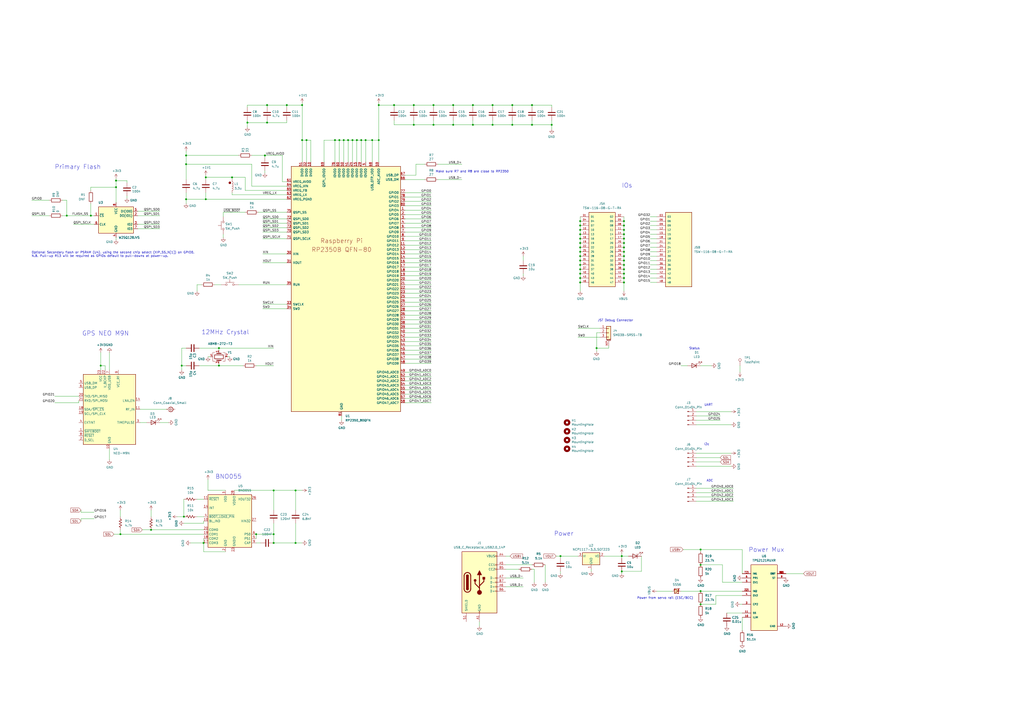
<source format=kicad_sch>
(kicad_sch (version 20231120) (generator "eeschema") (generator_version "8.0")
  (paper "A2")
  (title_block (title "RP2350B QFN80 Minimal Design Example") (date "2024-01-03") (rev "REV2") (company "Raspberry Pi Ltd"))
  (junction (at 119.38 115.57))
  (junction (at 361.95 153.67))
  (junction (at 297.18 60.96))
  (junction (at 107.95 115.57))
  (junction (at 219.71 81.28))
  (junction (at 336.55 158.75))
  (junction (at 336.55 148.59))
  (junction (at 361.95 161.29))
  (junction (at 194.31 81.28))
  (junction (at 320.04 72.39))
  (junction (at 361.95 128.27))
  (junction (at 361.95 163.83))
  (junction (at 175.26 81.28))
  (junction (at 361.95 133.35))
  (junction (at 336.55 138.43))
  (junction (at 336.55 133.35))
  (junction (at 336.55 163.83))
  (junction (at 325.12 322.58))
  (junction (at 336.55 130.81))
  (junction (at 154.94 71.12))
  (junction (at 219.71 60.96))
  (junction (at 171.45 314.96))
  (junction (at 158.75 309.88))
  (junction (at 196.85 81.28))
  (junction (at 406.4 318.77))
  (junction (at 406.4 327.66))
  (junction (at 336.55 161.29))
  (junction (at 361.95 148.59))
  (junction (at 148.59 309.88))
  (junction (at 105.41 212.09))
  (junction (at 361.95 135.89))
  (junction (at 251.46 72.39))
  (junction (at 262.89 72.39))
  (junction (at 209.55 81.28))
  (junction (at 154.94 60.96))
  (junction (at 207.01 81.28))
  (junction (at 228.6 60.96))
  (junction (at 361.95 140.97))
  (junction (at 308.61 72.39))
  (junction (at 107.95 90.17))
  (junction (at 69.85 309.88))
  (junction (at 336.55 135.89))
  (junction (at 336.55 151.13))
  (junction (at 58.42 212.09))
  (junction (at 171.45 284.48))
  (junction (at 87.63 307.34))
  (junction (at 361.95 158.75))
  (junction (at 285.75 72.39))
  (junction (at 204.47 81.28))
  (junction (at 361.95 138.43))
  (junction (at 240.03 60.96))
  (junction (at 67.31 104.775))
  (junction (at 361.95 151.13))
  (junction (at 199.39 81.28))
  (junction (at 262.89 60.96))
  (junction (at 153.67 90.17))
  (junction (at 175.26 60.96))
  (junction (at 67.31 108.585))
  (junction (at 212.09 81.28))
  (junction (at 297.18 72.39))
  (junction (at 308.61 60.96))
  (junction (at 127 201.93))
  (junction (at 336.55 143.51))
  (junction (at 336.55 153.67))
  (junction (at 166.37 60.96))
  (junction (at 406.4 350.52))
  (junction (at 336.55 156.21))
  (junction (at 240.03 72.39))
  (junction (at 127 212.09))
  (junction (at 361.95 143.51))
  (junction (at 360.68 331.47))
  (junction (at 158.75 284.48))
  (junction (at 274.32 60.96))
  (junction (at 361.95 146.05))
  (junction (at 134.62 102.87))
  (junction (at 274.32 72.39))
  (junction (at 118.11 314.96))
  (junction (at 361.95 156.21))
  (junction (at 336.55 140.97))
  (junction (at 177.8 81.28))
  (junction (at 285.75 60.96))
  (junction (at 52.705 125.095))
  (junction (at 215.9 81.28))
  (junction (at 361.95 130.81))
  (junction (at 119.38 102.87))
  (junction (at 38.735 125.095))
  (junction (at 336.55 146.05))
  (junction (at 360.68 322.58))
  (junction (at 346.075 201.93))
  (junction (at 406.4 342.9))
  (junction (at 251.46 60.96))
  (junction (at 201.93 81.28))
  (junction (at 143.51 71.12))
  (junction (at 336.55 128.27))
  (junction (at 106.68 299.72))
  (junction (at 158.75 314.96))
  (junction (at 107.95 95.25))
  (wire (pts (xy 234.95 139.7) (xy 250.19 139.7)))
  (wire (pts (xy 107.95 111.76) (xy 107.95 115.57)))
  (wire (pts (xy 148.59 314.96) (xy 151.13 314.96)))
  (wire (pts (xy 46.99 297.18) (xy 54.61 297.18)))
  (wire (pts (xy 336.55 135.89) (xy 336.55 138.43)))
  (wire (pts (xy 308.61 330.2) (xy 309.88 330.2)))
  (wire (pts (xy 234.95 132.08) (xy 250.19 132.08)))
  (wire (pts (xy 154.94 60.96) (xy 166.37 60.96)))
  (wire (pts (xy 107.95 95.25) (xy 146.05 95.25)))
  (wire (pts (xy 377.19 163.83) (xy 381 163.83)))
  (wire (pts (xy 360.68 322.58) (xy 360.68 321.31)))
  (wire (pts (xy 347.98 193.04) (xy 346.075 193.04)))
  (wire (pts (xy 403.86 285.75) (xy 425.45 285.75)))
  (wire (pts (xy 377.19 153.67) (xy 381 153.67)))
  (wire (pts (xy 372.11 331.47) (xy 372.11 322.58)))
  (wire (pts (xy 274.32 62.23) (xy 274.32 60.96)))
  (wire (pts (xy 403.86 267.97) (xy 417.83 267.97)))
  (wire (pts (xy 274.32 69.85) (xy 274.32 72.39)))
  (wire (pts (xy 234.95 129.54) (xy 250.19 129.54)))
  (wire (pts (xy 107.95 115.57) (xy 107.95 118.11)))
  (wire (pts (xy 228.6 60.96) (xy 240.03 60.96)))
  (wire (pts (xy 396.24 318.77) (xy 406.4 318.77)))
  (wire (pts (xy 207.01 81.28) (xy 209.55 81.28)))
  (wire (pts (xy 336.55 143.51) (xy 336.55 146.05)))
  (wire (pts (xy 154.94 62.23) (xy 154.94 60.96)))
  (wire (pts (xy 166.37 138.43) (xy 152.4 138.43)))
  (wire (pts (xy 154.94 71.12) (xy 166.37 71.12)))
  (wire (pts (xy 36.195 125.095) (xy 38.735 125.095)))
  (wire (pts (xy 118.11 302.26) (xy 118.11 303.53)))
  (wire (pts (xy 143.51 69.85) (xy 143.51 71.12)))
  (wire (pts (xy 322.58 322.58) (xy 325.12 322.58)))
  (wire (pts (xy 234.95 101.6) (xy 241.3 101.6)))
  (wire (pts (xy 234.95 233.68) (xy 250.19 233.68)))
  (wire (pts (xy 361.95 140.97) (xy 361.95 143.51)))
  (wire (pts (xy 361.95 128.27) (xy 361.95 130.81)))
  (wire (pts (xy 234.95 231.14) (xy 250.19 231.14)))
  (wire (pts (xy 285.75 62.23) (xy 285.75 60.96)))
  (wire (pts (xy 69.85 295.91) (xy 69.85 299.72)))
  (wire (pts (xy 166.37 176.53) (xy 152.4 176.53)))
  (wire (pts (xy 234.95 218.44) (xy 250.19 218.44)))
  (wire (pts (xy 336.55 153.67) (xy 336.55 156.21)))
  (wire (pts (xy 293.37 327.66) (xy 308.61 327.66)))
  (wire (pts (xy 115.57 212.09) (xy 127 212.09)))
  (wire (pts (xy 361.95 151.13) (xy 361.95 153.67)))
  (wire (pts (xy 142.24 102.87) (xy 134.62 102.87)))
  (wire (pts (xy 377.19 133.35) (xy 381 133.35)))
  (wire (pts (xy 262.89 62.23) (xy 262.89 60.96)))
  (wire (pts (xy 146.05 90.17) (xy 153.67 90.17)))
  (wire (pts (xy 107.95 90.17) (xy 138.43 90.17)))
  (wire (pts (xy 262.89 69.85) (xy 262.89 72.39)))
  (wire (pts (xy 361.95 130.81) (xy 361.95 133.35)))
  (wire (pts (xy 153.67 90.17) (xy 163.83 90.17)))
  (wire (pts (xy 234.95 111.76) (xy 250.19 111.76)))
  (wire (pts (xy 135.89 284.48) (xy 158.75 284.48)))
  (wire (pts (xy 60.96 214.63) (xy 60.96 212.09)))
  (wire (pts (xy 106.68 289.56) (xy 106.68 299.72)))
  (wire (pts (xy 120.65 278.13) (xy 120.65 284.48)))
  (wire (pts (xy 234.95 198.12) (xy 250.19 198.12)))
  (wire (pts (xy 361.95 153.67) (xy 361.95 156.21)))
  (wire (pts (xy 199.39 93.98) (xy 199.39 81.28)))
  (wire (pts (xy 63.5 204.47) (xy 63.5 214.63)))
  (wire (pts (xy 234.95 185.42) (xy 250.19 185.42)))
  (wire (pts (xy 219.71 81.28) (xy 219.71 93.98)))
  (wire (pts (xy 69.85 309.88) (xy 66.04 309.88)))
  (wire (pts (xy 129.54 123.19) (xy 129.54 125.73)))
  (wire (pts (xy 212.09 81.28) (xy 212.09 93.98)))
  (wire (pts (xy 52.705 118.11) (xy 52.705 125.095)))
  (wire (pts (xy 346.075 201.93) (xy 346.075 203.835)))
  (wire (pts (xy 293.37 322.58) (xy 295.91 322.58)))
  (wire (pts (xy 419.1 337.82) (xy 430.53 337.82)))
  (wire (pts (xy 187.96 93.98) (xy 187.96 81.28)))
  (wire (pts (xy 171.45 314.96) (xy 175.26 314.96)))
  (wire (pts (xy 58.42 212.09) (xy 58.42 214.63)))
  (wire (pts (xy 417.83 241.3) (xy 403.86 241.3)))
  (wire (pts (xy 67.31 103.505) (xy 67.31 104.775)))
  (wire (pts (xy 18.415 116.205) (xy 28.575 116.205)))
  (wire (pts (xy 336.55 156.21) (xy 336.55 158.75)))
  (wire (pts (xy 297.18 60.96) (xy 308.61 60.96)))
  (wire (pts (xy 293.37 335.28) (xy 303.53 335.28)))
  (wire (pts (xy 336.55 130.81) (xy 336.55 133.35)))
  (wire (pts (xy 308.61 72.39) (xy 297.18 72.39)))
  (wire (pts (xy 171.45 303.53) (xy 171.45 314.96)))
  (wire (pts (xy 201.93 81.28) (xy 204.47 81.28)))
  (wire (pts (xy 234.95 160.02) (xy 250.19 160.02)))
  (wire (pts (xy 274.32 72.39) (xy 262.89 72.39)))
  (wire (pts (xy 308.61 69.85) (xy 308.61 72.39)))
  (wire (pts (xy 175.26 60.96) (xy 175.26 81.28)))
  (wire (pts (xy 196.85 81.28) (xy 199.39 81.28)))
  (wire (pts (xy 146.05 95.25) (xy 146.05 107.95)))
  (wire (pts (xy 430.53 345.44) (xy 415.29 345.44)))
  (wire (pts (xy 234.95 142.24) (xy 250.19 142.24)))
  (wire (pts (xy 316.23 327.66) (xy 316.23 337.82)))
  (wire (pts (xy 201.93 93.98) (xy 201.93 81.28)))
  (wire (pts (xy 52.705 108.585) (xy 67.31 108.585)))
  (wire (pts (xy 132.08 207.01) (xy 133.35 207.01)))
  (wire (pts (xy 377.19 143.51) (xy 381 143.51)))
  (wire (pts (xy 199.39 81.28) (xy 201.93 81.28)))
  (wire (pts (xy 325.12 323.85) (xy 325.12 322.58)))
  (wire (pts (xy 234.95 180.34) (xy 250.19 180.34)))
  (wire (pts (xy 116.84 165.1) (xy 114.3 165.1)))
  (wire (pts (xy 394.97 212.09) (xy 398.78 212.09)))
  (wire (pts (xy 403.86 246.38) (xy 424.18 246.38)))
  (wire (pts (xy 274.32 60.96) (xy 285.75 60.96)))
  (wire (pts (xy 240.03 60.96) (xy 251.46 60.96)))
  (wire (pts (xy 52.705 110.49) (xy 52.705 108.585)))
  (wire (pts (xy 107.95 115.57) (xy 119.38 115.57)))
  (wire (pts (xy 234.95 157.48) (xy 250.19 157.48)))
  (wire (pts (xy 134.62 113.03) (xy 166.37 113.03)))
  (wire (pts (xy 406.4 342.9) (xy 430.53 342.9)))
  (wire (pts (xy 240.03 69.85) (xy 240.03 72.39)))
  (wire (pts (xy 336.55 158.75) (xy 336.55 161.29)))
  (wire (pts (xy 107.95 212.09) (xy 105.41 212.09)))
  (wire (pts (xy 234.95 134.62) (xy 250.19 134.62)))
  (wire (pts (xy 234.95 182.88) (xy 250.19 182.88)))
  (wire (pts (xy 336.55 146.05) (xy 336.55 148.59)))
  (wire (pts (xy 278.13 360.68) (xy 278.13 363.22)))
  (wire (pts (xy 293.37 330.2) (xy 300.99 330.2)))
  (wire (pts (xy 80.01 132.715) (xy 92.71 132.715)))
  (wire (pts (xy 119.38 101.6) (xy 119.38 102.87)))
  (wire (pts (xy 361.95 163.83) (xy 361.95 168.91)))
  (wire (pts (xy 149.86 123.19) (xy 166.37 123.19)))
  (wire (pts (xy 361.95 138.43) (xy 361.95 140.97)))
  (wire (pts (xy 143.51 62.23) (xy 143.51 60.96)))
  (wire (pts (xy 92.71 245.11) (xy 97.79 245.11)))
  (wire (pts (xy 153.67 100.33) (xy 153.67 99.06)))
  (wire (pts (xy 361.95 158.75) (xy 361.95 161.29)))
  (wire (pts (xy 134.62 113.03) (xy 134.62 111.76)))
  (wire (pts (xy 377.19 156.21) (xy 381 156.21)))
  (wire (pts (xy 153.67 90.17) (xy 153.67 91.44)))
  (wire (pts (xy 377.19 128.27) (xy 381 128.27)))
  (wire (pts (xy 118.11 312.42) (xy 118.11 314.96)))
  (wire (pts (xy 209.55 81.28) (xy 212.09 81.28)))
  (wire (pts (xy 336.55 128.27) (xy 336.55 130.81)))
  (wire (pts (xy 60.96 212.09) (xy 58.42 212.09)))
  (wire (pts (xy 171.45 284.48) (xy 175.26 284.48)))
  (wire (pts (xy 406.4 327.66) (xy 419.1 327.66)))
  (wire (pts (xy 234.95 193.04) (xy 250.19 193.04)))
  (wire (pts (xy 105.41 212.09) (xy 105.41 214.63)))
  (wire (pts (xy 67.31 137.795) (xy 67.31 139.065)))
  (wire (pts (xy 234.95 154.94) (xy 250.19 154.94)))
  (wire (pts (xy 430.53 318.77) (xy 430.53 332.74)))
  (wire (pts (xy 361.95 161.29) (xy 361.95 163.83)))
  (wire (pts (xy 81.28 245.11) (xy 85.09 245.11)))
  (wire (pts (xy 110.49 314.96) (xy 118.11 314.96)))
  (wire (pts (xy 377.19 125.73) (xy 381 125.73)))
  (wire (pts (xy 254 104.14) (xy 267.97 104.14)))
  (wire (pts (xy 293.37 340.36) (xy 303.53 340.36)))
  (wire (pts (xy 175.26 81.28) (xy 175.26 93.98)))
  (wire (pts (xy 142.24 110.49) (xy 142.24 102.87)))
  (wire (pts (xy 234.95 203.2) (xy 250.19 203.2)))
  (wire (pts (xy 120.65 207.01) (xy 121.92 207.01)))
  (wire (pts (xy 430.53 358.14) (xy 430.53 365.76)))
  (wire (pts (xy 120.65 284.48) (xy 130.81 284.48)))
  (wire (pts (xy 234.95 215.9) (xy 250.19 215.9)))
  (wire (pts (xy 234.95 116.84) (xy 250.19 116.84)))
  (wire (pts (xy 234.95 175.26) (xy 250.19 175.26)))
  (wire (pts (xy 114.3 299.72) (xy 118.11 299.72)))
  (wire (pts (xy 36.195 116.205) (xy 38.735 116.205)))
  (wire (pts (xy 234.95 124.46) (xy 250.19 124.46)))
  (wire (pts (xy 377.19 161.29) (xy 381 161.29)))
  (wire (pts (xy 67.31 108.585) (xy 67.31 117.475)))
  (wire (pts (xy 377.19 130.81) (xy 381 130.81)))
  (wire (pts (xy 360.68 322.58) (xy 364.49 322.58)))
  (wire (pts (xy 143.51 71.12) (xy 143.51 73.66)))
  (wire (pts (xy 204.47 81.28) (xy 207.01 81.28)))
  (wire (pts (xy 336.55 140.97) (xy 336.55 143.51)))
  (wire (pts (xy 234.95 127) (xy 250.19 127)))
  (wire (pts (xy 350.52 322.58) (xy 360.68 322.58)))
  (wire (pts (xy 377.19 158.75) (xy 381 158.75)))
  (wire (pts (xy 406.4 318.77) (xy 430.53 318.77)))
  (wire (pts (xy 154.94 69.85) (xy 154.94 71.12)))
  (wire (pts (xy 308.61 60.96) (xy 320.04 60.96)))
  (wire (pts (xy 361.95 125.73) (xy 361.95 128.27)))
  (wire (pts (xy 158.75 303.53) (xy 158.75 309.88)))
  (wire (pts (xy 46.99 295.91) (xy 46.99 297.18)))
  (wire (pts (xy 251.46 62.23) (xy 251.46 60.96)))
  (wire (pts (xy 67.31 104.775) (xy 67.31 108.585)))
  (wire (pts (xy 115.57 201.93) (xy 127 201.93)))
  (wire (pts (xy 403.86 288.29) (xy 425.45 288.29)))
  (wire (pts (xy 377.19 140.97) (xy 381 140.97)))
  (wire (pts (xy 360.68 331.47) (xy 372.11 331.47)))
  (wire (pts (xy 80.01 130.175) (xy 92.71 130.175)))
  (wire (pts (xy 152.4 147.32) (xy 166.37 147.32)))
  (wire (pts (xy 198.12 241.3) (xy 198.12 243.84)))
  (wire (pts (xy 81.28 237.49) (xy 96.52 237.49)))
  (wire (pts (xy 152.4 132.08) (xy 166.37 132.08)))
  (wire (pts (xy 105.41 201.93) (xy 105.41 212.09)))
  (wire (pts (xy 325.12 331.47) (xy 325.12 332.74)))
  (wire (pts (xy 180.34 81.28) (xy 180.34 93.98)))
  (wire (pts (xy 148.59 309.88) (xy 158.75 309.88)))
  (wire (pts (xy 69.85 307.34) (xy 69.85 309.88)))
  (wire (pts (xy 429.26 350.52) (xy 430.53 350.52)))
  (wire (pts (xy 194.31 93.98) (xy 194.31 81.28)))
  (wire (pts (xy 361.95 135.89) (xy 361.95 138.43)))
  (wire (pts (xy 143.51 60.96) (xy 154.94 60.96)))
  (wire (pts (xy 403.86 243.84) (xy 417.83 243.84)))
  (wire (pts (xy 87.63 295.91) (xy 87.63 299.72)))
  (wire (pts (xy 234.95 152.4) (xy 250.19 152.4)))
  (wire (pts (xy 42.545 130.175) (xy 54.61 130.175)))
  (wire (pts (xy 73.66 104.775) (xy 67.31 104.775)))
  (wire (pts (xy 234.95 190.5) (xy 250.19 190.5)))
  (wire (pts (xy 320.04 62.23) (xy 320.04 60.96)))
  (wire (pts (xy 152.4 127) (xy 166.37 127)))
  (wire (pts (xy 241.3 95.25) (xy 241.3 101.6)))
  (wire (pts (xy 171.45 284.48) (xy 171.45 295.91)))
  (wire (pts (xy 54.61 300.99) (xy 46.99 300.99)))
  (wire (pts (xy 38.735 125.095) (xy 52.705 125.095)))
  (wire (pts (xy 297.18 69.85) (xy 297.18 72.39)))
  (wire (pts (xy 219.71 59.69) (xy 219.71 60.96)))
  (wire (pts (xy 297.18 62.23) (xy 297.18 60.96)))
  (wire (pts (xy 118.11 309.88) (xy 69.85 309.88)))
  (wire (pts (xy 114.3 289.56) (xy 118.11 289.56)))
  (wire (pts (xy 325.12 322.58) (xy 335.28 322.58)))
  (wire (pts (xy 152.4 129.54) (xy 166.37 129.54)))
  (wire (pts (xy 58.42 204.47) (xy 58.42 212.09)))
  (wire (pts (xy 118.11 303.53) (xy 106.68 303.53)))
  (wire (pts (xy 63.5 260.35) (xy 63.5 266.7)))
  (wire (pts (xy 152.4 134.62) (xy 166.37 134.62)))
  (wire (pts (xy 361.95 133.35) (xy 361.95 135.89)))
  (wire (pts (xy 127 210.82) (xy 127 212.09)))
  (wire (pts (xy 158.75 314.96) (xy 171.45 314.96)))
  (wire (pts (xy 308.61 62.23) (xy 308.61 60.96)))
  (wire (pts (xy 336.55 138.43) (xy 336.55 140.97)))
  (wire (pts (xy 353.06 200.66) (xy 353.06 201.93)))
  (wire (pts (xy 158.75 309.88) (xy 158.75 314.96)))
  (wire (pts (xy 251.46 60.96) (xy 262.89 60.96)))
  (wire (pts (xy 377.19 148.59) (xy 381 148.59)))
  (wire (pts (xy 31.75 233.68) (xy 45.72 233.68)))
  (wire (pts (xy 124.46 165.1) (xy 128.27 165.1)))
  (wire (pts (xy 403.86 262.89) (xy 424.18 262.89)))
  (wire (pts (xy 320.04 72.39) (xy 308.61 72.39)))
  (wire (pts (xy 73.66 106.045) (xy 73.66 104.775)))
  (wire (pts (xy 336.55 133.35) (xy 336.55 135.89)))
  (wire (pts (xy 234.95 170.18) (xy 250.19 170.18)))
  (wire (pts (xy 303.53 148.59) (xy 303.53 151.13)))
  (wire (pts (xy 415.29 345.44) (xy 415.29 350.52)))
  (wire (pts (xy 166.37 60.96) (xy 175.26 60.96)))
  (wire (pts (xy 285.75 60.96) (xy 297.18 60.96)))
  (wire (pts (xy 119.38 115.57) (xy 166.37 115.57)))
  (wire (pts (xy 46.99 300.99) (xy 46.99 302.26)))
  (wire (pts (xy 297.18 72.39) (xy 285.75 72.39)))
  (wire (pts (xy 234.95 220.98) (xy 250.19 220.98)))
  (wire (pts (xy 219.71 60.96) (xy 228.6 60.96)))
  (wire (pts (xy 119.38 111.76) (xy 119.38 115.57)))
  (wire (pts (xy 163.83 90.17) (xy 163.83 105.41)))
  (wire (pts (xy 285.75 69.85) (xy 285.75 72.39)))
  (wire (pts (xy 166.37 179.07) (xy 152.4 179.07)))
  (wire (pts (xy 377.19 135.89) (xy 381 135.89)))
  (wire (pts (xy 346.075 193.04) (xy 346.075 201.93)))
  (wire (pts (xy 241.3 95.25) (xy 246.38 95.25)))
  (wire (pts (xy 406.4 212.09) (xy 412.75 212.09)))
  (wire (pts (xy 234.95 223.52) (xy 250.19 223.52)))
  (wire (pts (xy 234.95 162.56) (xy 250.19 162.56)))
  (wire (pts (xy 148.59 309.88) (xy 148.59 312.42)))
  (wire (pts (xy 142.24 123.19) (xy 129.54 123.19)))
  (wire (pts (xy 102.87 299.72) (xy 106.68 299.72)))
  (wire (pts (xy 177.8 81.28) (xy 180.34 81.28)))
  (wire (pts (xy 127 212.09) (xy 140.97 212.09)))
  (wire (pts (xy 403.86 283.21) (xy 425.45 283.21)))
  (wire (pts (xy 335.28 190.5) (xy 347.98 190.5)))
  (wire (pts (xy 163.83 105.41) (xy 166.37 105.41)))
  (wire (pts (xy 403.86 290.83) (xy 425.45 290.83)))
  (wire (pts (xy 196.85 93.98) (xy 196.85 81.28)))
  (wire (pts (xy 129.54 135.89) (xy 129.54 137.795)))
  (wire (pts (xy 251.46 69.85) (xy 251.46 72.39)))
  (wire (pts (xy 336.55 161.29) (xy 336.55 163.83)))
  (wire (pts (xy 107.95 201.93) (xy 105.41 201.93)))
  (wire (pts (xy 234.95 210.82) (xy 250.19 210.82)))
  (wire (pts (xy 346.075 201.93) (xy 353.06 201.93)))
  (wire (pts (xy 38.735 116.205) (xy 38.735 125.095)))
  (wire (pts (xy 254 95.25) (xy 267.97 95.25)))
  (wire (pts (xy 158.75 284.48) (xy 171.45 284.48)))
  (wire (pts (xy 234.95 172.72) (xy 250.19 172.72)))
  (wire (pts (xy 209.55 93.98) (xy 209.55 81.28)))
  (wire (pts (xy 175.26 59.69) (xy 175.26 60.96)))
  (wire (pts (xy 107.95 90.17) (xy 107.95 95.25)))
  (wire (pts (xy 234.95 167.64) (xy 250.19 167.64)))
  (wire (pts (xy 119.38 102.87) (xy 134.62 102.87)))
  (wire (pts (xy 215.9 93.98) (xy 215.9 81.28)))
  (wire (pts (xy 320.04 72.39) (xy 320.04 74.93)))
  (wire (pts (xy 45.72 233.68) (xy 45.72 232.41)))
  (wire (pts (xy 215.9 81.28) (xy 219.71 81.28)))
  (wire (pts (xy 212.09 81.28) (xy 215.9 81.28)))
  (wire (pts (xy 336.55 148.59) (xy 336.55 151.13)))
  (wire (pts (xy 234.95 195.58) (xy 250.19 195.58)))
  (wire (pts (xy 251.46 72.39) (xy 240.03 72.39)))
  (wire (pts (xy 361.95 146.05) (xy 361.95 148.59)))
  (wire (pts (xy 262.89 72.39) (xy 251.46 72.39)))
  (wire (pts (xy 118.11 307.34) (xy 87.63 307.34)))
  (wire (pts (xy 127 201.93) (xy 158.75 201.93)))
  (wire (pts (xy 234.95 137.16) (xy 250.19 137.16)))
  (wire (pts (xy 403.86 265.43) (xy 417.83 265.43)))
  (wire (pts (xy 107.95 87.63) (xy 107.95 90.17)))
  (wire (pts (xy 134.62 102.87) (xy 134.62 104.14)))
  (wire (pts (xy 194.31 81.28) (xy 196.85 81.28)))
  (wire (pts (xy 234.95 205.74) (xy 250.19 205.74)))
  (wire (pts (xy 204.47 93.98) (xy 204.47 81.28)))
  (wire (pts (xy 234.95 208.28) (xy 250.19 208.28)))
  (wire (pts (xy 228.6 62.23) (xy 228.6 60.96)))
  (wire (pts (xy 361.95 148.59) (xy 361.95 151.13)))
  (wire (pts (xy 342.9 330.2) (xy 342.9 331.47)))
  (wire (pts (xy 234.95 187.96) (xy 250.19 187.96)))
  (wire (pts (xy 234.95 177.8) (xy 250.19 177.8)))
  (wire (pts (xy 419.1 327.66) (xy 419.1 337.82)))
  (wire (pts (xy 87.63 307.34) (xy 82.55 307.34)))
  (wire (pts (xy 377.19 138.43) (xy 381 138.43)))
  (wire (pts (xy 455.93 332.74) (xy 466.09 332.74)))
  (wire (pts (xy 429.26 212.09) (xy 429.26 215.9)))
  (wire (pts (xy 166.37 62.23) (xy 166.37 60.96)))
  (wire (pts (xy 336.55 151.13) (xy 336.55 153.67)))
  (wire (pts (xy 234.95 119.38) (xy 250.19 119.38)))
  (wire (pts (xy 234.95 149.86) (xy 250.19 149.86)))
  (wire (pts (xy 234.95 165.1) (xy 250.19 165.1)))
  (wire (pts (xy 360.68 323.85) (xy 360.68 322.58)))
  (wire (pts (xy 285.75 72.39) (xy 274.32 72.39)))
  (wire (pts (xy 234.95 121.92) (xy 250.19 121.92)))
  (wire (pts (xy 143.51 71.12) (xy 154.94 71.12)))
  (wire (pts (xy 187.96 81.28) (xy 194.31 81.28)))
  (wire (pts (xy 52.705 125.095) (xy 54.61 125.095)))
  (wire (pts (xy 234.95 200.66) (xy 250.19 200.66)))
  (wire (pts (xy 146.05 107.95) (xy 166.37 107.95)))
  (wire (pts (xy 177.8 81.28) (xy 175.26 81.28)))
  (wire (pts (xy 207.01 81.28) (xy 207.01 93.98)))
  (wire (pts (xy 166.37 110.49) (xy 142.24 110.49)))
  (wire (pts (xy 335.28 195.58) (xy 347.98 195.58)))
  (wire (pts (xy 381 342.9) (xy 389.89 342.9)))
  (wire (pts (xy 394.97 342.9) (xy 406.4 342.9)))
  (wire (pts (xy 360.68 331.47) (xy 360.68 332.74)))
  (wire (pts (xy 240.03 62.23) (xy 240.03 60.96)))
  (wire (pts (xy 234.95 104.14) (xy 246.38 104.14)))
  (wire (pts (xy 421.64 355.6) (xy 430.53 355.6)))
  (wire (pts (xy 240.03 72.39) (xy 228.6 72.39)))
  (wire (pts (xy 114.3 165.1) (xy 114.3 168.91)))
  (wire (pts (xy 228.6 69.85) (xy 228.6 72.39)))
  (wire (pts (xy 130.81 320.04) (xy 118.11 320.04)))
  (wire (pts (xy 127 203.2) (xy 127 201.93)))
  (wire (pts (xy 406.4 350.52) (xy 415.29 350.52)))
  (wire (pts (xy 403.86 238.76) (xy 424.18 238.76)))
  (wire (pts (xy 219.71 60.96) (xy 219.71 81.28)))
  (wire (pts (xy 31.75 229.87) (xy 45.72 229.87)))
  (wire (pts (xy 119.38 104.14) (xy 119.38 102.87)))
  (wire (pts (xy 234.95 144.78) (xy 250.19 144.78)))
  (wire (pts (xy 234.95 114.3) (xy 250.19 114.3)))
  (wire (pts (xy 118.11 320.04) (xy 118.11 314.96)))
  (wire (pts (xy 234.95 226.06) (xy 250.19 226.06)))
  (wire (pts (xy 303.53 158.75) (xy 303.53 160.02)))
  (wire (pts (xy 148.59 212.09) (xy 158.75 212.09)))
  (wire (pts (xy 234.95 228.6) (xy 250.19 228.6)))
  (wire (pts (xy 80.01 122.555) (xy 92.71 122.555)))
  (wire (pts (xy 262.89 60.96) (xy 274.32 60.96)))
  (wire (pts (xy 336.55 125.73) (xy 336.55 128.27)))
  (wire (pts (xy 166.37 152.4) (xy 152.4 152.4)))
  (wire (pts (xy 361.95 143.51) (xy 361.95 146.05)))
  (wire (pts (xy 18.415 125.095) (xy 28.575 125.095)))
  (wire (pts (xy 336.55 163.83) (xy 336.55 168.91)))
  (wire (pts (xy 158.75 284.48) (xy 158.75 295.91)))
  (wire (pts (xy 377.19 151.13) (xy 381 151.13)))
  (wire (pts (xy 406.4 318.77) (xy 406.4 320.04)))
  (wire (pts (xy 403.86 270.51) (xy 424.18 270.51)))
  (wire (pts (xy 80.01 125.095) (xy 92.71 125.095)))
  (wire (pts (xy 166.37 71.12) (xy 166.37 69.85)))
  (wire (pts (xy 107.95 95.25) (xy 107.95 104.14)))
  (wire (pts (xy 177.8 93.98) (xy 177.8 81.28)))
  (wire (pts (xy 138.43 165.1) (xy 166.37 165.1)))
  (wire (pts (xy 377.19 146.05) (xy 381 146.05)))
  (wire (pts (xy 320.04 69.85) (xy 320.04 72.39)))
  (wire (pts (xy 361.95 156.21) (xy 361.95 158.75)))
  (wire (pts (xy 73.66 113.665) (xy 73.66 114.935)))
  (wire (pts (xy 309.88 330.2) (xy 309.88 337.82)))
  (wire (pts (xy 234.95 147.32) (xy 250.19 147.32)))
  (circle (center 133.35 106.045) (radius 0.635) (stroke (width 0) (color 132 0 0 1)) (fill (type color) (color 132 0 0 1)))
  (text "Optional Secondary flash or PSRAM (U4), using the second chip select (XIP_SS_N[1]) on GPIO0.\nN.B. Pull-up R13 will be required as GPIOs default to pull-downs at power-up." (at 18.288 149.352 0) (effects (font (size 1.27 1.27)) (justify left bottom)))
  (text "I2c\n" (at 409.956 257.81 0) (effects (font (size 1.27 1.27))))
  (text "Power from servo rail (ESC/BEC)" (at 385.826 346.964 0) (effects (font (size 1.27 1.27))))
  (text "IOs" (at 360.68 109.22 0) (effects (font (size 2.54 2.54)) (justify left bottom)))
  (text "12MHz Crystal" (at 116.84 194.31 0) (effects (font (size 2.54 2.54)) (justify left bottom)))
  (text "GPS NEO M9N" (at 61.214 193.548 0) (effects (font (size 2.54 2.54))))
  (text "Status\n" (at 402.844 202.184 0) (effects (font (size 1.27 1.27))))
  (text "Primary Flash" (at 31.75 98.425 0) (effects (font (size 2.54 2.54)) (justify left bottom)))
  (text "Power Mux	" (at 449.326 319.024 0) (effects (font (size 2.54 2.54))))
  (text "BNO055" (at 132.588 276.606 0) (effects (font (size 2.54 2.54))))
  (text "JST Debug Connector" (at 346.71 186.69 0) (effects (font (size 1.27 1.27)) (justify left bottom)))
  (text "UART\n" (at 410.972 234.95 0) (effects (font (size 1.27 1.27))))
  (text "Make sure R7 and R8 are close to RP2350\n" (at 252.73 100.33 0) (effects (font (size 1.27 1.27)) (justify left bottom)))
  (text "Power" (at 321.31 311.15 0) (effects (font (size 2.54 2.54)) (justify left bottom)))
  (text "ADC\n" (at 411.734 278.892 0) (effects (font (size 1.27 1.27))))
  (label "XIN" (at 152.4 147.32 0))
  (label "USB_D+" (at 267.97 95.25 180))
  (label "GPIO33" (at 250.19 195.58 180))
  (label "GPIO40_ADC0" (at 250.19 215.9 180))
  (label "GPIO1" (at 377.19 128.27 180))
  (label "GPIO11" (at 377.19 153.67 180))
  (label "GPIO6" (at 377.19 140.97 180))
  (label "GPIO32" (at 250.19 193.04 180))
  (label "GPIO45_ADC5" (at 250.19 228.6 180))
  (label "GPIO32" (at 377.19 125.73 180))
  (label "GPIO40_ADC0" (at 425.45 283.21 180))
  (label "GPIO41_ADC1" (at 250.19 218.44 180))
  (label "GPIO14" (at 377.19 161.29 180))
  (label "XOUT" (at 152.4 152.4 0))
  (label "GPIO18" (at 250.19 157.48 180))
  (label "GPIO24" (at 417.83 241.3 180))
  (label "~{USB_BOOT}" (at 129.54 123.19 0))
  (label "GPIO2" (at 377.19 130.81 180))
  (label "GPIO21" (at 31.75 229.87 180))
  (label "GPIO12" (at 250.19 142.24 180))
  (label "GPIO8" (at 250.19 132.08 180))
  (label "QSPI_SD2" (at 92.71 130.175 180))
  (label "GPIO43_ADC3" (at 425.45 290.83 180))
  (label "GPIO3" (at 250.19 119.38 180))
  (label "GPIO0" (at 18.415 116.205 0))
  (label "GPIO25" (at 250.19 175.26 180))
  (label "GPIO12" (at 377.19 156.21 180))
  (label "GPIO13" (at 250.19 144.78 180))
  (label "GPIO20" (at 31.75 233.68 180))
  (label "GPIO36" (at 250.19 203.2 180))
  (label "GPIO2" (at 250.19 116.84 180))
  (label "GPIO3" (at 377.19 133.35 180))
  (label "GPIO4" (at 377.19 135.89 180))
  (label "XIN" (at 158.75 201.93 180))
  (label "GPIO38" (at 250.19 208.28 180))
  (label "RUN" (at 152.4 165.1 0))
  (label "GPIO16" (at 250.19 152.4 180))
  (label "GPIO25" (at 417.83 243.84 180))
  (label "SWD" (at 335.28 195.58 0))
  (label "QSPI_SD0" (at 152.4 127 0))
  (label "GPIO5" (at 250.19 124.46 180))
  (label "QSPI_SD0" (at 92.71 122.555 180))
  (label "GPIO43_ADC3" (at 250.19 223.52 180))
  (label "QSPI_SS" (at 152.4 123.19 0))
  (label "SWCLK" (at 152.4 176.53 0))
  (label "GPIO1" (at 250.19 114.3 180))
  (label "GPIO21" (at 250.19 165.1 180))
  (label "GPIO35" (at 250.19 200.66 180))
  (label "GPIO37" (at 250.19 205.74 180))
  (label "GPIO20" (at 250.19 162.56 180))
  (label "GPIO18" (at 394.97 212.09 180))
  (label "GPIO7" (at 250.19 129.54 180))
  (label "QSPI_SD3" (at 92.71 132.715 180))
  (label "XOUT" (at 158.75 212.09 180))
  (label "GPIO42_ADC2" (at 425.45 288.29 180))
  (label "GPIO17" (at 250.19 154.94 180))
  (label "GPIO7" (at 377.19 143.51 180))
  (label "GPIO16" (at 54.61 297.18 0))
  (label "GPIO47_ADC7" (at 250.19 233.68 180))
  (label "GPIO15" (at 377.19 163.83 180))
  (label "GPIO39" (at 250.19 210.82 180))
  (label "QSPI_SS" (at 18.415 125.095 0))
  (label "GPIO29" (at 250.19 185.42 180))
  (label "QSPI_SD2" (at 152.4 132.08 0))
  (label "FLASH_SS" (at 41.91 125.095 0))
  (label "USB_D+" (at 303.53 340.36 180))
  (label "VREG_LX" (at 152.4 113.03 0))
  (label "GPIO6" (at 250.19 127 180))
  (label "GPIO42_ADC2" (at 250.19 220.98 180))
  (label "GPIO31" (at 250.19 190.5 180))
  (label "USB_D-" (at 267.97 104.14 180))
  (label "GPIO10" (at 250.19 137.16 180))
  (label "GPIO28" (at 250.19 182.88 180))
  (label "GPIO0" (at 250.19 111.76 180))
  (label "GPIO14" (at 250.19 147.32 180))
  (label "VREG_AVDD" (at 154.305 90.17 0))
  (label "GPIO23" (at 250.19 170.18 180))
  (label "USB_D-" (at 303.53 335.28 180))
  (label "GPIO15" (at 250.19 149.86 180))
  (label "GPIO41_ADC1" (at 425.45 285.75 180))
  (label "GPIO17" (at 54.61 300.99 0))
  (label "GPIO9" (at 250.19 134.62 180))
  (label "GPIO9" (at 377.19 148.59 180))
  (label "GPIO27" (at 250.19 180.34 180))
  (label "QSPI_SD1" (at 152.4 129.54 0))
  (label "GPIO5" (at 377.19 138.43 180))
  (label "GPIO44_ADC4" (at 250.19 226.06 180))
  (label "SWCLK" (at 335.28 190.5 0))
  (label "GPIO30" (at 250.19 187.96 180))
  (label "QSPI_SCLK" (at 152.4 138.43 0))
  (label "QSPI_SCLK" (at 42.545 130.175 0))
  (label "GPIO34" (at 250.19 198.12 180))
  (label "GPIO8" (at 377.19 146.05 180))
  (label "GPIO10" (at 377.19 151.13 180))
  (label "GPIO22" (at 250.19 167.64 180))
  (label "GPIO46_ADC6" (at 250.19 231.14 180))
  (label "GPIO13" (at 377.19 158.75 180))
  (label "GPIO11" (at 250.19 139.7 180))
  (label "QSPI_SD1" (at 92.71 125.095 180))
  (label "SWD" (at 152.4 179.07 0))
  (label "GPIO24" (at 250.19 172.72 180))
  (label "GPIO4" (at 250.19 121.92 180))
  (label "QSPI_SD3" (at 152.4 134.62 0))
  (label "GPIO19" (at 250.19 160.02 180))
  (label "GPIO26" (at 250.19 177.8 180))
  (global_label "SDA" (shape input) (at 417.83 267.97 0) (property "Intersheetrefs" "${INTERSHEET_REFS}" (effects (hide yes))))
  (global_label "SDL" (shape input) (at 46.99 302.26 180) (property "Intersheetrefs" "${INTERSHEET_REFS}" (effects (hide yes))))
  (global_label "VOUT" (shape input) (at 466.09 332.74 0) (property "Intersheetrefs" "${INTERSHEET_REFS}" (effects (hide yes))))
  (global_label "SDL" (shape input) (at 417.83 265.43 0) (property "Intersheetrefs" "${INTERSHEET_REFS}" (effects (hide yes))))
  (global_label "SDA" (shape input) (at 82.55 307.34 180) (property "Intersheetrefs" "${INTERSHEET_REFS}" (effects (hide yes))))
  (global_label "USBV" (shape input) (at 396.24 318.77 180) (property "Intersheetrefs" "${INTERSHEET_REFS}" (effects (hide yes))))
  (global_label "VOUT" (shape input) (at 322.58 322.58 180) (property "Intersheetrefs" "${INTERSHEET_REFS}" (effects (hide yes))))
  (global_label "SDL" (shape input) (at 66.04 309.88 180) (property "Intersheetrefs" "${INTERSHEET_REFS}" (effects (hide yes))))
  (global_label "SDA" (shape input) (at 46.99 295.91 180) (property "Intersheetrefs" "${INTERSHEET_REFS}" (effects (hide yes))))
  (global_label "USBV" (shape input) (at 295.91 322.58 0) (property "Intersheetrefs" "${INTERSHEET_REFS}" (effects (hide yes))))
  (symbol (lib_id "Device:C") (at 111.76 201.93 270) (unit 1)
    (property "Reference" "C3" (at 112.9284 204.851 0) (effects (justify left)))
    (property "Value" "15p" (at 110.617 204.851 0) (effects (justify left)))
    (property "Footprint" "Capacitor_SMD:C_0402_1005Metric" (effects (hide yes)))
  )
  (symbol (lib_id "Device:C") (at 111.76 212.09 270) (unit 1)
    (property "Reference" "C4" (at 112.9284 215.011 0) (effects (justify left)))
    (property "Value" "15p" (at 110.617 215.011 0) (effects (justify left)))
    (property "Footprint" "Capacitor_SMD:C_0402_1005Metric" (effects (hide yes)))
  )
  (symbol (lib_id "power:GND") (at 105.41 214.63 0) (unit 1)
    (property "Reference" "#PWR08" (effects (hide yes)))
    (property "Value" "GND" (at 105.537 219.0242 0))
  )
  (symbol (lib_id "Memory_Flash:W25Q128JVS") (at 67.31 127.635 0) (unit 1)
    (property "Reference" "U3" (at 58.42 117.475 0))
    (property "Value" "W25Q128JVS" (at 74.93 137.795 0))
    (property "Footprint" "Package_SO:SOIC-8_5.23x5.23mm_P1.27mm" (effects (hide yes)))
    (property "Datasheet" "http://www.winbond.com/resource-files/w25q128jv_dtr%20revc%2003272018%20plus.pdf" (effects (hide yes)))
  )
  (symbol (lib_id "power:+3V3") (at 67.31 103.505 0) (unit 1)
    (property "Reference" "#PWR04" (effects (hide yes)))
    (property "Value" "+3V3" (at 67.691 99.1108 0))
  )
  (symbol (lib_id "power:GND") (at 67.31 139.065 0) (unit 1)
    (property "Reference" "#PWR05" (effects (hide yes)))
    (property "Value" "GND" (at 63.5 140.335 0))
  )
  (symbol (lib_id "Device:R") (at 52.705 114.3 0) (mirror y) (unit 1)
    (property "Reference" "R1" (at 49.53 113.03 0) (effects (justify left)))
    (property "Value" "DNF" (at 49.53 115.57 0) (effects (justify left)))
    (property "Footprint" "Resistor_SMD:R_0402_1005Metric" (effects (hide yes)))
  )
  (symbol (lib_id "Device:C") (at 73.66 109.855 0) (unit 1)
    (property "Reference" "C2" (at 76.581 108.6866 0) (effects (justify left)))
    (property "Value" "100n" (at 76.581 110.998 0) (effects (justify left)))
    (property "Footprint" "Capacitor_SMD:C_0402_1005Metric" (effects (hide yes)))
  )
  (symbol (lib_id "power:GND") (at 73.66 114.935 0) (unit 1)
    (property "Reference" "#PWR06" (effects (hide yes)))
    (property "Value" "GND" (at 77.47 116.205 0))
  )
  (symbol (lib_id "power:GND") (at 198.12 243.84 0) (unit 1)
    (property "Reference" "#PWR021" (effects (hide yes)))
    (property "Value" "GND" (at 198.247 248.2342 0))
  )
  (symbol (lib_id "Device:R") (at 250.19 95.25 270) (unit 1)
    (property "Reference" "R7" (at 250.19 89.9922 90))
    (property "Value" "27" (at 250.19 92.3036 90))
    (property "Footprint" "Resistor_SMD:R_0402_1005Metric" (effects (hide yes)))
  )
  (symbol (lib_id "Device:R") (at 250.19 104.14 270) (unit 1)
    (property "Reference" "R8" (at 250.19 98.8822 90))
    (property "Value" "27" (at 250.19 101.1936 90))
    (property "Footprint" "Resistor_SMD:R_0402_1005Metric" (effects (hide yes)))
  )
  (symbol (lib_id "power:GND") (at 278.13 363.22 0) (unit 1)
    (property "Reference" "#PWR01" (effects (hide yes)))
    (property "Value" "GND" (at 278.257 367.6142 0))
  )
  (symbol (lib_id "power:+3V3") (at 219.71 59.69 0) (unit 1)
    (property "Reference" "#PWR022" (effects (hide yes)))
    (property "Value" "+3V3" (at 220.091 55.2958 0))
  )
  (symbol (lib_id "Device:C") (at 251.46 66.04 0) (unit 1)
    (property "Reference" "C14" (at 254.381 64.8716 0) (effects (justify left)))
    (property "Value" "100n" (at 254.381 67.183 0) (effects (justify left)))
    (property "Footprint" "Capacitor_SMD:C_0402_1005Metric" (effects (hide yes)))
  )
  (symbol (lib_id "Device:C") (at 262.89 66.04 0) (unit 1)
    (property "Reference" "C15" (at 265.811 64.8716 0) (effects (justify left)))
    (property "Value" "100n" (at 265.811 67.183 0) (effects (justify left)))
    (property "Footprint" "Capacitor_SMD:C_0402_1005Metric" (effects (hide yes)))
  )
  (symbol (lib_id "Device:C") (at 274.32 66.04 0) (unit 1)
    (property "Reference" "C16" (at 277.241 64.8716 0) (effects (justify left)))
    (property "Value" "100n" (at 277.241 67.183 0) (effects (justify left)))
    (property "Footprint" "Capacitor_SMD:C_0402_1005Metric" (effects (hide yes)))
  )
  (symbol (lib_id "Device:C") (at 285.75 66.04 0) (unit 1)
    (property "Reference" "C17" (at 288.671 64.8716 0) (effects (justify left)))
    (property "Value" "100n" (at 288.671 67.183 0) (effects (justify left)))
    (property "Footprint" "Capacitor_SMD:C_0402_1005Metric" (effects (hide yes)))
  )
  (symbol (lib_id "Device:C") (at 297.18 66.04 0) (unit 1)
    (property "Reference" "C18" (at 300.101 64.8716 0) (effects (justify left)))
    (property "Value" "100n" (at 300.101 67.183 0) (effects (justify left)))
    (property "Footprint" "Capacitor_SMD:C_0402_1005Metric" (effects (hide yes)))
  )
  (symbol (lib_id "Device:C") (at 308.61 66.04 0) (unit 1)
    (property "Reference" "C20" (at 311.531 64.8716 0) (effects (justify left)))
    (property "Value" "100n" (at 311.531 67.183 0) (effects (justify left)))
    (property "Footprint" "Capacitor_SMD:C_0402_1005Metric" (effects (hide yes)))
  )
  (symbol (lib_id "Mechanical:MountingHole") (at 328.93 245.11 0) (unit 1)
    (property "Reference" "H1" (at 331.47 243.9416 0) (effects (justify left)))
    (property "Value" "MountingHole" (at 331.47 246.253 0) (effects (justify left)))
    (property "Footprint" "MountingHole:MountingHole_2.7mm_M2.5" (effects (hide yes)))
  )
  (symbol (lib_id "Mechanical:MountingHole") (at 328.93 250.19 0) (unit 1)
    (property "Reference" "H2" (at 331.47 249.0216 0) (effects (justify left)))
    (property "Value" "MountingHole" (at 331.47 251.333 0) (effects (justify left)))
    (property "Footprint" "MountingHole:MountingHole_2.7mm_M2.5" (effects (hide yes)))
  )
  (symbol (lib_id "Mechanical:MountingHole") (at 328.93 255.27 0) (unit 1)
    (property "Reference" "H3" (at 331.47 254.1016 0) (effects (justify left)))
    (property "Value" "MountingHole" (at 331.47 256.413 0) (effects (justify left)))
    (property "Footprint" "MountingHole:MountingHole_2.7mm_M2.5" (effects (hide yes)))
  )
  (symbol (lib_id "Mechanical:MountingHole") (at 328.93 260.35 0) (unit 1)
    (property "Reference" "H4" (at 331.47 259.1816 0) (effects (justify left)))
    (property "Value" "MountingHole" (at 331.47 261.493 0) (effects (justify left)))
    (property "Footprint" "MountingHole:MountingHole_2.7mm_M2.5" (effects (hide yes)))
  )
  (symbol (lib_id "Regulator_Linear:NCP1117-3.3_SOT223") (at 342.9 322.58 0) (unit 1)
    (property "Reference" "U2" (at 342.9 316.4332 0))
    (property "Value" "NCP1117-3.3_SOT223" (at 342.9 318.7446 0))
    (property "Footprint" "Package_TO_SOT_SMD:SOT-223-3_TabPin2" (effects (hide yes)))
    (property "Datasheet" "http://www.onsemi.com/pub_link/Collateral/NCP1117-D.PDF" (effects (hide yes)))
  )
  (symbol (lib_id "power:VBUS") (at 381 342.9 90) (unit 1)
    (property "Reference" "#PWR02" (effects (hide yes)))
    (property "Value" "VBUS" (at 376.6058 342.519 0))
  )
  (symbol (lib_id "power:GND") (at 342.9 331.47 0) (unit 1)
    (property "Reference" "#PWR07" (effects (hide yes)))
    (property "Value" "GND" (at 339.09 332.74 0))
  )
  (symbol (lib_id "power:+3V3") (at 360.68 321.31 0) (unit 1)
    (property "Reference" "#PWR010" (effects (hide yes)))
    (property "Value" "+3V3" (at 361.061 316.9158 0))
  )
  (symbol (lib_id "Device:C") (at 325.12 327.66 0) (unit 1)
    (property "Reference" "C1" (at 328.041 326.4916 0) (effects (justify left)))
    (property "Value" "10u" (at 328.041 328.803 0) (effects (justify left)))
    (property "Footprint" "Capacitor_SMD:C_0805_2012Metric" (effects (hide yes)))
  )
  (symbol (lib_id "Device:C") (at 360.68 327.66 0) (unit 1)
    (property "Reference" "C5" (at 363.601 326.4916 0) (effects (justify left)))
    (property "Value" "10u" (at 363.601 328.803 0) (effects (justify left)))
    (property "Footprint" "Capacitor_SMD:C_0805_2012Metric" (effects (hide yes)))
  )
  (symbol (lib_id "power:GND") (at 325.12 332.74 0) (unit 1)
    (property "Reference" "#PWR03" (effects (hide yes)))
    (property "Value" "GND" (at 321.31 334.01 0))
  )
  (symbol (lib_id "power:GND") (at 360.68 332.74 0) (unit 1)
    (property "Reference" "#PWR011" (effects (hide yes)))
    (property "Value" "GND" (at 356.87 334.01 0))
  )
  (symbol (lib_id "Device:R") (at 144.78 212.09 270) (unit 1)
    (property "Reference" "R2" (at 144.78 206.8322 90))
    (property "Value" "1k" (at 144.78 209.1436 90))
    (property "Footprint" "Resistor_SMD:R_0402_1005Metric" (effects (hide yes)))
  )
  (symbol (lib_id "Device:Crystal_GND24") (at 127 207.01 270) (unit 1)
    (property "Reference" "Y1" (at 132.08 204.47 90) (effects (justify left)))
    (property "Value" "ABM8-272-T3" (at 120.65 199.39 90) (effects (justify left)))
    (property "Footprint" "Crystal:Crystal_SMD_3225-4Pin_3.2x2.5mm" (effects (hide yes)))
  )
  (symbol (lib_id "power:+3V3") (at 303.53 148.59 0) (unit 1)
    (property "Reference" "#PWR023" (effects (hide yes)))
    (property "Value" "+3V3" (at 303.911 144.1958 0))
  )
  (symbol (lib_id "Device:C") (at 303.53 154.94 0) (unit 1)
    (property "Reference" "C19" (at 306.451 153.7716 0) (effects (justify left)))
    (property "Value" "10u" (at 306.451 156.083 0) (effects (justify left)))
    (property "Footprint" "Capacitor_SMD:C_0805_2012Metric" (effects (hide yes)))
  )
  (symbol (lib_id "power:GND") (at 303.53 160.02 0) (unit 1)
    (property "Reference" "#PWR024" (effects (hide yes)))
    (property "Value" "GND" (at 299.72 161.29 0))
  )
  (symbol (lib_id "power:GND") (at 129.54 137.795 0) (unit 1)
    (property "Reference" "#PWR017" (effects (hide yes)))
    (property "Value" "GND" (at 129.667 142.1892 0))
  )
  (symbol (lib_id "Device:C") (at 166.37 66.04 0) (unit 1)
    (property "Reference" "C11" (at 169.291 64.8716 0) (effects (justify left)))
    (property "Value" "100n" (at 169.291 67.183 0) (effects (justify left)))
    (property "Footprint" "Capacitor_SMD:C_0402_1005Metric" (effects (hide yes)))
  )
  (symbol (lib_id "power:+3V3") (at 120.65 278.13 0) (unit 1)
    (property "Reference" "#PWR026" (effects (hide yes)))
    (property "Value" "+3V3" (at 121.031 273.7358 0))
  )
  (symbol (lib_id "PCM_Resistor_US_AKL:R_0805") (at 110.49 299.72 90) (unit 1)
    (property "Reference" "R11" (at 110.49 293.37 90))
    (property "Value" "10k" (at 110.49 295.91 90))
    (property "Footprint" "Resistor_SMD:R_0805_2012Metric" (effects (hide yes)))
    (property "Description" "SMD 0805 Chip Resistor, US Symbol, Alternate KiCad Library" (effects (hide yes)))
  )
  (symbol (lib_id "Device:R") (at 120.65 165.1 270) (unit 1)
    (property "Reference" "R4" (at 120.65 159.8422 90))
    (property "Value" "1k" (at 120.65 162.1536 90))
    (property "Footprint" "Resistor_SMD:R_0402_1005Metric" (effects (hide yes)))
  )
  (symbol (lib_id "PCM_Capacitor_US_AKL:C_0805") (at 158.75 299.72 180) (unit 1)
    (property "Reference" "C23" (at 162.56 298.4499 0) (effects (justify right)))
    (property "Value" "120nF" (at 162.56 300.9899 0) (effects (justify right)))
    (property "Footprint" "Capacitor_SMD:C_0805_2012Metric" (effects (hide yes)))
    (property "Description" "SMD 0805 MLCC capacitor, Alternate KiCad Library" (effects (hide yes)))
  )
  (symbol (lib_id "Device:C") (at 240.03 66.04 0) (unit 1)
    (property "Reference" "C13" (at 242.951 64.8716 0) (effects (justify left)))
    (property "Value" "100n" (at 242.951 67.183 0) (effects (justify left)))
    (property "Footprint" "Capacitor_SMD:C_0402_1005Metric" (effects (hide yes)))
  )
  (symbol (lib_id "Device:C") (at 320.04 66.04 0) (unit 1)
    (property "Reference" "C21" (at 322.961 64.8716 0) (effects (justify left)))
    (property "Value" "100n" (at 322.961 67.183 0) (effects (justify left)))
    (property "Footprint" "Capacitor_SMD:C_0402_1005Metric" (effects (hide yes)))
  )
  (symbol (lib_id "Connector:Conn_01x04_Pin") (at 398.78 241.3 0) (unit 1)
    (property "Reference" "J3" (at 399.415 233.68 0))
    (property "Value" "Conn_01x04_Pin" (at 399.415 236.22 0))
    (property "Footprint" "Connector_Molex:Molex_CLIK-Mate_502386-0470_1x04-1MP_P1.25mm_Horizontal" (effects (hide yes)))
    (property "Description" "Generic connector, single row, 01x04, script generated" (effects (hide yes)))
  )
  (symbol (lib_id "power:+1V1") (at 119.38 101.6 0) (unit 1)
    (property "Reference" "#PWR014" (effects (hide yes)))
    (property "Value" "+1V1" (at 119.761 97.2058 0))
  )
  (symbol (lib_id "Switch:SW_Push") (at 133.35 165.1 0) (unit 1)
    (property "Reference" "SW2" (at 133.35 158.4792 0))
    (property "Value" "SW_Push" (at 133.35 161.0161 0))
    (property "Footprint" "Button_Switch_SMD:SW_Push_1P1T_NO_Vertical_Wuerth_434133025816" (effects (hide yes)))
  )
  (symbol (lib_id "TPS2121RUXR:TPS2121RUXR") (at 443.23 347.98 0) (unit 1)
    (property "Reference" "U6" (at 443.23 322.58 0))
    (property "Value" "TPS2121RUXR" (at 443.23 325.12 0))
    (property "Footprint" "TPS2121RUXR:IC_TPS2121RUXR" (effects (hide yes)))
    (property "MF" "Texas Instruments" (effects (hide yes)))
    (property "Description_1" "\n2.7-V&nbsp;to 22-V, 56-mΩ, 4.5-A, power mux with seamless switchover\n" (effects (hide yes)))
    (property "Package" "VQFN-HR-12 Texas Instruments" (effects (hide yes)))
    (property "Price" "None" (effects (hide yes)))
    (property "Check_prices" "https://www.snapeda.com/parts/TPS2121RUXR/Texas+Instruments/view-part/?ref=eda" (effects (hide yes)))
    (property "STANDARD" "Manufacturer Recommendations" (effects (hide yes)))
    (property "SnapEDA_Link" "https://www.snapeda.com/parts/TPS2121RUXR/Texas+Instruments/view-part/?ref=snap" (effects (hide yes)))
    (property "MP" "TPS2121RUXR" (effects (hide yes)))
    (property "Purchase-URL" "https://www.snapeda.com/api/url_track_click_mouser/?unipart_id=3217696&manufacturer=Texas Instruments&part_name=TPS2121RUXR&search_term=None" (effects (hide yes)))
    (property "Availability" "In Stock" (effects (hide yes)))
    (property "MANUFACTURER" "TEXAS INSTRUMENTS" (effects (hide yes)))
  )
  (symbol (lib_id "Device:R") (at 406.4 331.47 180) (unit 1)
    (property "Reference" "R20" (at 408.94 330.1999 0) (effects (justify right)))
    (property "Value" "5k" (at 408.94 332.7399 0) (effects (justify right)))
    (property "Footprint" "Resistor_SMD:R_0805_2012Metric_Pad1.20x1.40mm_HandSolder" (effects (hide yes)))
    (property "Description" "Resistor" (effects (hide yes)))
  )
  (symbol (lib_id "power:GND") (at 120.65 207.01 0) (unit 1)
    (property "Reference" "#PWR09" (effects (hide yes)))
    (property "Value" "GND" (at 116.84 208.28 0))
  )
  (symbol (lib_id "power:GND") (at 455.93 363.22 90) (unit 1)
    (property "Reference" "#PWR042" (effects (hide yes)))
    (property "Value" "GND" (at 460.3242 363.093 0))
  )
  (symbol (lib_id "Device:R") (at 32.385 116.205 90) (unit 1)
    (property "Reference" "R9" (at 31.2166 114.427 0) (effects (justify left)))
    (property "Value" "DNF" (at 33.528 114.427 0) (effects (justify left)))
    (property "Footprint" "Resistor_SMD:R_0402_1005Metric" (effects (hide yes)))
  )
  (symbol (lib_id "PCM_Resistor_US_AKL:R_0805") (at 69.85 303.53 180) (unit 1)
    (property "Reference" "R14" (at 72.39 302.2599 0) (effects (justify right)))
    (property "Value" "4.7k" (at 72.39 304.7999 0) (effects (justify right)))
    (property "Footprint" "Resistor_SMD:R_0805_2012Metric" (effects (hide yes)))
    (property "Description" "SMD 0805 Chip Resistor, US Symbol, Alternate KiCad Library" (effects (hide yes)))
  )
  (symbol (lib_id "power:GND") (at 346.075 203.835 0) (mirror y) (unit 1)
    (property "Reference" "#PWR032" (effects (hide yes)))
    (property "Value" "GND" (at 345.948 208.2292 0))
  )
  (symbol (lib_id "power:+3V3") (at 102.87 299.72 90) (unit 1)
    (property "Reference" "#PWR037" (effects (hide yes)))
    (property "Value" "+3V3" (at 98.4758 299.339 0))
  )
  (symbol (lib_id "Device:C") (at 153.67 95.25 0) (unit 1)
    (property "Reference" "C9" (at 157.48 93.98 0) (effects (justify left)))
    (property "Value" "4.7u" (at 157.48 96.52 0) (effects (justify left)))
    (property "Footprint" "Capacitor_SMD:C_0402_1005Metric" (effects (hide yes)))
  )
  (symbol (lib_id "power:GND") (at 336.55 168.91 0) (unit 1)
    (property "Reference" "#PWR034" (effects (hide yes)))
    (property "Value" "GND" (at 336.677 173.3042 0))
  )
  (symbol (lib_id "PCM_Capacitor_US_AKL:C_0805") (at 171.45 299.72 180) (unit 1)
    (property "Reference" "C24" (at 175.26 298.4499 0) (effects (justify right)))
    (property "Value" "6.8nF" (at 175.26 300.9899 0) (effects (justify right)))
    (property "Footprint" "Capacitor_SMD:C_0805_2012Metric" (effects (hide yes)))
    (property "Description" "SMD 0805 MLCC capacitor, Alternate KiCad Library" (effects (hide yes)))
  )
  (symbol (lib_id "Device:L") (at 134.62 107.95 0) (unit 1)
    (property "Reference" "L1" (at 135.89 106.68 0) (effects (justify left)))
    (property "Value" "3.3u" (at 135.89 109.22 0) (effects (justify left)))
    (property "Footprint" "RP2350_80QFN_minimal:L_pol_2016" (effects (hide yes)))
  )
  (symbol (lib_id "Device:R") (at 312.42 327.66 270) (unit 1)
    (property "Reference" "R5" (at 312.42 321.31 90))
    (property "Value" "5.1k" (at 312.42 323.85 90))
    (property "Footprint" "Resistor_SMD:R_0805_2012Metric_Pad1.20x1.40mm_HandSolder" (effects (hide yes)))
    (property "Description" "Resistor" (effects (hide yes)))
  )
  (symbol (lib_id "PCM_Capacitor_US_AKL:C_0805") (at 154.94 314.96 90) (unit 1)
    (property "Reference" "C22" (at 154.94 307.34 90))
    (property "Value" "100nF" (at 154.94 309.88 90))
    (property "Footprint" "Capacitor_SMD:C_0805_2012Metric" (effects (hide yes)))
    (property "Description" "SMD 0805 MLCC capacitor, Alternate KiCad Library" (effects (hide yes)))
  )
  (symbol (lib_id "Device:R") (at 304.8 330.2 270) (unit 1)
    (property "Reference" "R12" (at 304.8 323.85 90))
    (property "Value" "5.1k" (at 304.8 326.39 90))
    (property "Footprint" "Resistor_SMD:R_0805_2012Metric_Pad1.20x1.40mm_HandSolder" (effects (hide yes)))
    (property "Description" "Resistor" (effects (hide yes)))
  )
  (symbol (lib_id "Sensor_Motion:BNO055") (at 133.35 302.26 0) (unit 1)
    (property "Reference" "U5" (at 138.0841 281.94 0) (effects (justify left)))
    (property "Value" "BNO055" (at 138.0841 284.48 0) (effects (justify left)))
    (property "Footprint" "Package_LGA:LGA-28_5.2x3.8mm_P0.5mm" (effects (hide yes)))
    (property "Datasheet" "https://www.bosch-sensortec.com/media/boschsensortec/downloads/datasheets/bst-bno055-ds000.pdf" (effects (hide yes)))
    (property "Description" "Intelligent 9-axis absolute orientation sensor, LGA-28" (effects (hide yes)))
  )
  (symbol (lib_id "Connector:TestPoint") (at 429.26 212.09 0) (unit 1)
    (property "Reference" "TP1" (at 431.8 207.5179 0) (effects (justify left)))
    (property "Value" "TestPoint" (at 431.8 210.0579 0) (effects (justify left)))
    (property "Footprint" "TestPoint:TestPoint_Pad_1.0x1.0mm" (effects (hide yes)))
    (property "Description" "test point" (effects (hide yes)))
  )
  (symbol (lib_id "power:GND") (at 143.51 73.66 0) (unit 1)
    (property "Reference" "#PWR018" (effects (hide yes)))
    (property "Value" "GND" (at 143.637 78.0542 0))
  )
  (symbol (lib_id "Device:R") (at 430.53 369.57 180) (unit 1)
    (property "Reference" "R16" (at 433.07 368.2999 0) (effects (justify right)))
    (property "Value" "51.1k" (at 433.07 370.8399 0) (effects (justify right)))
    (property "Footprint" "Resistor_SMD:R_0805_2012Metric_Pad1.20x1.40mm_HandSolder" (effects (hide yes)))
    (property "Description" "Resistor" (effects (hide yes)))
  )
  (symbol (lib_id "power:GND") (at 97.79 245.11 90) (unit 1)
    (property "Reference" "#PWR052" (effects (hide yes)))
    (property "Value" "GND" (at 102.1842 244.983 0))
  )
  (symbol (lib_id "Device:R") (at 406.4 354.33 180) (unit 1)
    (property "Reference" "R18" (at 408.94 353.0599 0) (effects (justify right)))
    (property "Value" "5k" (at 408.94 355.5999 0) (effects (justify right)))
    (property "Footprint" "Resistor_SMD:R_0805_2012Metric_Pad1.20x1.40mm_HandSolder" (effects (hide yes)))
    (property "Description" "Resistor" (effects (hide yes)))
  )
  (symbol (lib_id "power:GND") (at 106.68 303.53 270) (unit 1)
    (property "Reference" "#PWR041" (effects (hide yes)))
    (property "Value" "GND" (at 102.2858 303.657 0))
  )
  (symbol (lib_id "power:+3V3") (at 424.18 238.76 270) (unit 1)
    (property "Reference" "#PWR047" (effects (hide yes)))
    (property "Value" "+3V3" (at 428.5742 239.141 0))
  )
  (symbol (lib_id "power:VBUS") (at 361.95 168.91 180) (unit 1)
    (property "Reference" "#PWR033" (effects (hide yes)))
    (property "Value" "VBUS" (at 361.569 173.3042 0))
  )
  (symbol (lib_id "Connector:Conn_Coaxial_Small") (at 99.06 237.49 0) (unit 1)
    (property "Reference" "J8" (at 98.5404 231.14 0))
    (property "Value" "Conn_Coaxial_Small" (at 98.5404 233.68 0))
    (property "Footprint" "Connector_Coaxial:SMA_Amphenol_901-143_Horizontal" (effects (hide yes)))
    (property "Description" "small coaxial connector (BNC, SMA, SMB, SMC, Cinch/RCA, LEMO, ...)" (effects (hide yes)))
  )
  (symbol (lib_id "Device:LED") (at 402.59 212.09 180) (unit 1)
    (property "Reference" "D1" (at 404.1775 204.47 0))
    (property "Value" "LED" (at 404.1775 207.01 0))
    (property "Footprint" "LED_SMD:LED_0805_2012Metric_Pad1.15x1.40mm_HandSolder" (effects (hide yes)))
    (property "Description" "Light emitting diode" (effects (hide yes)))
  )
  (symbol (lib_id "power:+3V3") (at 429.26 215.9 180) (unit 1)
    (property "Reference" "#PWR045" (effects (hide yes)))
    (property "Value" "+3V3" (at 428.879 220.2942 0))
  )
  (symbol (lib_id "SS56:SS56") (at 392.43 342.9 0) (unit 1)
    (property "Reference" "D4" (at 392.684 336.55 0))
    (property "Value" "SS56" (at 392.684 339.09 0))
    (property "Footprint" "SS56:SMB" (effects (hide yes)))
    (property "SnapEDA_Link" "https://www.snapeda.com/parts/SS56/MPD/view-part/?ref=snap" (effects (hide yes)))
    (property "Description_1" "\nDiode Schottky 60 V 5A Surface Mount SMA\n" (effects (hide yes)))
    (property "MF" "MDD" (effects (hide yes)))
    (property "Package" "None" (effects (hide yes)))
    (property "Check_prices" "https://www.snapeda.com/parts/SS56/MPD/view-part/?ref=eda" (effects (hide yes)))
    (property "MP" "SS56" (effects (hide yes)))
  )
  (symbol (lib_id "power:GND") (at 107.95 118.11 0) (mirror y) (unit 1)
    (property "Reference" "#PWR019" (effects (hide yes)))
    (property "Value" "GND" (at 111.76 119.38 0))
  )
  (symbol (lib_id "Device:R") (at 32.385 125.095 90) (unit 1)
    (property "Reference" "R10" (at 31.2166 123.317 0) (effects (justify left)))
    (property "Value" "0" (at 33.528 123.317 0) (effects (justify left)))
    (property "Footprint" "Resistor_SMD:R_0402_1005Metric" (effects (hide yes)))
  )
  (symbol (lib_id "PCM_Resistor_US_AKL:R_0805") (at 110.49 289.56 90) (unit 1)
    (property "Reference" "R15" (at 110.49 283.21 90))
    (property "Value" "10k" (at 110.49 285.75 90))
    (property "Footprint" "Resistor_SMD:R_0805_2012Metric" (effects (hide yes)))
    (property "Description" "SMD 0805 Chip Resistor, US Symbol, Alternate KiCad Library" (effects (hide yes)))
  )
  (symbol (lib_id "power:GND") (at 424.18 270.51 90) (mirror x) (unit 1)
    (property "Reference" "#PWR050" (effects (hide yes)))
    (property "Value" "GND" (at 428.5742 270.637 0))
  )
  (symbol (lib_id "power:+1V1") (at 175.26 59.69 0) (unit 1)
    (property "Reference" "#PWR020" (effects (hide yes)))
    (property "Value" "+1V1" (at 175.641 55.2958 0))
  )
  (symbol (lib_id "Connector:USB_C_Receptacle_USB2.0_14P") (at 278.13 337.82 0) (unit 1)
    (property "Reference" "J1" (at 278.13 314.96 0))
    (property "Value" "USB_C_Receptacle_USB2.0_14P" (at 278.13 317.5 0))
    (property "Footprint" "Connector_USB:USB_C_Receptacle_HRO_TYPE-C-31-M-12" (effects (hide yes)))
    (property "Datasheet" "https://www.usb.org/sites/default/files/documents/usb_type-c.zip" (effects (hide yes)))
    (property "Description" "USB 2.0-only 14P Type-C Receptacle connector" (effects (hide yes)))
  )
  (symbol (lib_id "Device:C") (at 119.38 107.95 0) (unit 1)
    (property "Reference" "C7" (at 123.19 106.68 0) (effects (justify left)))
    (property "Value" "4.7u" (at 123.19 109.22 0) (effects (justify left)))
    (property "Footprint" "RP2350_80QFN_minimal:C_0402_1005Metric_small_pads" (effects (hide yes)))
  )
  (symbol (lib_id "power:GND") (at 430.53 335.28 270) (unit 1)
    (property "Reference" "#PWR044" (effects (hide yes)))
    (property "Value" "GND" (at 426.1358 335.407 0))
  )
  (symbol (lib_id "power:GND") (at 421.64 363.22 0) (unit 1)
    (property "Reference" "#PWR053" (effects (hide yes)))
    (property "Value" "GND" (at 421.767 367.6142 0))
  )
  (symbol (lib_id "power:GND") (at 429.26 350.52 270) (unit 1)
    (property "Reference" "#PWR043" (effects (hide yes)))
    (property "Value" "GND" (at 424.8658 350.647 0))
  )
  (symbol (lib_id "power:GND") (at 309.88 337.82 0) (unit 1)
    (property "Reference" "#PWR036" (effects (hide yes)))
    (property "Value" "GND" (at 310.007 342.2142 0))
  )
  (symbol (lib_id "Device:R") (at 146.05 123.19 270) (unit 1)
    (property "Reference" "R6" (at 146.05 117.9322 90))
    (property "Value" "1k" (at 146.05 120.2436 90))
    (property "Footprint" "Resistor_SMD:R_0402_1005Metric" (effects (hide yes)))
  )
  (symbol (lib_id "power:GND") (at 63.5 204.47 180) (unit 1)
    (property "Reference" "#PWR031" (effects (hide yes)))
    (property "Value" "GND" (at 63.373 200.0758 0))
  )
  (symbol (lib_id "power:GND") (at 63.5 266.7 0) (unit 1)
    (property "Reference" "#PWR030" (effects (hide yes)))
    (property "Value" "GND" (at 63.627 271.0942 0))
  )
  (symbol (lib_id "TSW-116-08-G-T-RA:TSW-116-08-G-T-RA") (at 393.7 146.05 0) (unit 2)
    (property "Reference" "J5" (at 402.59 143.5099 0) (effects (justify left)))
    (property "Value" "TSW-116-08-G-T-RA" (at 402.59 146.0499 0) (effects (justify left)))
    (property "Footprint" "TSW-116-08-G-T-RA:SAMTEC_TSW-116-08-G-T-RA" (effects (hide yes)))
    (property "MF" "Samtec" (effects (hide yes)))
    (property "Description_1" "\nConnector Header Through Hole, Right Angle 48 position 0.100 (2.54mm)\n" (effects (hide yes)))
    (property "Package" "None" (effects (hide yes)))
    (property "Price" "None" (effects (hide yes)))
    (property "Check_prices" "https://www.snapeda.com/parts/TSW-116-08-G-T-RA/Samtec/view-part/?ref=eda" (effects (hide yes)))
    (property "STANDARD" "Manufacturer Recommendations" (effects (hide yes)))
    (property "PARTREV" "R" (effects (hide yes)))
    (property "SnapEDA_Link" "https://www.snapeda.com/parts/TSW-116-08-G-T-RA/Samtec/view-part/?ref=snap" (effects (hide yes)))
    (property "MP" "TSW-116-08-G-T-RA" (effects (hide yes)))
    (property "Availability" "In Stock" (effects (hide yes)))
    (property "MANUFACTURER" "Samtec" (effects (hide yes)))
  )
  (symbol (lib_id "power:GND") (at 430.53 373.38 0) (unit 1)
    (property "Reference" "#PWR051" (effects (hide yes)))
    (property "Value" "GND" (at 430.657 377.7742 0))
  )
  (symbol (lib_id "Device:C") (at 143.51 66.04 0) (unit 1)
    (property "Reference" "C8" (at 146.431 64.8716 0) (effects (justify left)))
    (property "Value" "100n" (at 146.431 67.183 0) (effects (justify left)))
    (property "Footprint" "Capacitor_SMD:C_0402_1005Metric" (effects (hide yes)))
  )
  (symbol (lib_id "Connector:Conn_01x04_Pin") (at 398.78 265.43 0) (unit 1)
    (property "Reference" "J6" (at 399.415 257.81 0))
    (property "Value" "Conn_01x04_Pin" (at 399.415 260.35 0))
    (property "Footprint" "Connector_Molex:Molex_CLIK-Mate_502386-0470_1x04-1MP_P1.25mm_Horizontal" (effects (hide yes)))
    (property "Description" "Generic connector, single row, 01x04, script generated" (effects (hide yes)))
  )
  (symbol (lib_id "power:+3V3") (at 175.26 284.48 270) (unit 1)
    (property "Reference" "#PWR038" (effects (hide yes)))
    (property "Value" "+3V3" (at 179.6542 284.861 0))
  )
  (symbol (lib_id "power:+3V3") (at 69.85 295.91 0) (unit 1)
    (property "Reference" "#PWR040" (effects (hide yes)))
    (property "Value" "+3V3" (at 70.231 291.5158 0))
  )
  (symbol (lib_id "Device:R") (at 142.24 90.17 90) (unit 1)
    (property "Reference" "R3" (at 141.0716 88.392 0) (effects (justify left)))
    (property "Value" "33" (at 143.383 88.392 0) (effects (justify left)))
    (property "Footprint" "Resistor_SMD:R_0402_1005Metric" (effects (hide yes)))
  )
  (symbol (lib_id "Connector_Generic_MountingPin:Conn_01x03_MountingPin") (at 353.06 193.04 0) (unit 1)
    (property "Reference" "J4" (at 355.6 191.77 0) (effects (justify left)))
    (property "Value" "SM03B-SRSS-TB" (at 355.6 194.31 0) (effects (justify left)))
    (property "Footprint" "Connector_JST:JST_SH_SM03B-SRSS-TB_1x03-1MP_P1.00mm_Horizontal" (effects (hide yes)))
  )
  (symbol (lib_id "power:GND") (at 110.49 314.96 270) (unit 1)
    (property "Reference" "#PWR027" (effects (hide yes)))
    (property "Value" "GND" (at 106.0958 315.087 0))
  )
  (symbol (lib_id "power:+3V3") (at 424.18 262.89 270) (unit 1)
    (property "Reference" "#PWR049" (effects (hide yes)))
    (property "Value" "+3V3" (at 428.5742 263.271 0))
  )
  (symbol (lib_id "TSW-116-08-G-T-RA:TSW-116-08-G-T-RA") (at 349.25 146.05 0) (unit 1)
    (property "Reference" "J5" (at 349.25 118.11 0))
    (property "Value" "TSW-116-08-G-T-RA" (at 349.25 120.65 0))
    (property "Footprint" "TSW-116-08-G-T-RA:SAMTEC_TSW-116-08-G-T-RA" (effects (hide yes)))
    (property "MF" "Samtec" (effects (hide yes)))
    (property "Description_1" "\nConnector Header Through Hole, Right Angle 48 position 0.100 (2.54mm)\n" (effects (hide yes)))
    (property "Package" "None" (effects (hide yes)))
    (property "Price" "None" (effects (hide yes)))
    (property "Check_prices" "https://www.snapeda.com/parts/TSW-116-08-G-T-RA/Samtec/view-part/?ref=eda" (effects (hide yes)))
    (property "STANDARD" "Manufacturer Recommendations" (effects (hide yes)))
    (property "PARTREV" "R" (effects (hide yes)))
    (property "SnapEDA_Link" "https://www.snapeda.com/parts/TSW-116-08-G-T-RA/Samtec/view-part/?ref=snap" (effects (hide yes)))
    (property "MP" "TSW-116-08-G-T-RA" (effects (hide yes)))
    (property "Availability" "In Stock" (effects (hide yes)))
    (property "MANUFACTURER" "Samtec" (effects (hide yes)))
  )
  (symbol (lib_id "power:GND") (at 424.18 246.38 90) (mirror x) (unit 1)
    (property "Reference" "#PWR048" (effects (hide yes)))
    (property "Value" "GND" (at 428.5742 246.507 0))
  )
  (symbol (lib_id "Device:C") (at 154.94 66.04 0) (unit 1)
    (property "Reference" "C10" (at 157.861 64.8716 0) (effects (justify left)))
    (property "Value" "4.7u" (at 157.861 67.183 0) (effects (justify left)))
    (property "Footprint" "Capacitor_SMD:C_0402_1005Metric" (effects (hide yes)))
  )
  (symbol (lib_id "Device:C") (at 228.6 66.04 0) (unit 1)
    (property "Reference" "C12" (at 230.886 64.8716 0) (effects (justify left)))
    (property "Value" "100n" (at 230.886 67.183 0) (effects (justify left)))
    (property "Footprint" "Capacitor_SMD:C_0402_1005Metric" (effects (hide yes)))
  )
  (symbol (lib_id "power:GND") (at 406.4 358.14 0) (unit 1)
    (property "Reference" "#PWR055" (effects (hide yes)))
    (property "Value" "GND" (at 406.527 362.5342 0))
  )
  (symbol (lib_id "power:GND") (at 412.75 212.09 90) (mirror x) (unit 1)
    (property "Reference" "#PWR046" (effects (hide yes)))
    (property "Value" "GND" (at 417.1442 212.217 0))
  )
  (symbol (lib_id "power:+3V3") (at 58.42 204.47 0) (unit 1)
    (property "Reference" "#PWR029" (effects (hide yes)))
    (property "Value" "+3V3" (at 58.801 200.0758 0))
  )
  (symbol (lib_id "Switch:SW_Push") (at 129.54 130.81 90) (unit 1)
    (property "Reference" "SW1" (at 130.683 129.9753 90) (effects (justify right)))
    (property "Value" "SW_Push" (at 130.683 132.5122 90) (effects (justify right)))
    (property "Footprint" "Button_Switch_SMD:SW_Push_1P1T_NO_Vertical_Wuerth_434133025816" (effects (hide yes)))
  )
  (symbol (lib_id "power:GND") (at 406.4 335.28 0) (unit 1)
    (property "Reference" "#PWR056" (effects (hide yes)))
    (property "Value" "GND" (at 406.527 339.6742 0))
  )
  (symbol (lib_id "Device:R") (at 406.4 323.85 180) (unit 1)
    (property "Reference" "R19" (at 408.94 322.5799 0) (effects (justify right)))
    (property "Value" "23.7k" (at 408.94 325.1199 0) (effects (justify right)))
    (property "Footprint" "Resistor_SMD:R_0805_2012Metric_Pad1.20x1.40mm_HandSolder" (effects (hide yes)))
    (property "Description" "Resistor" (effects (hide yes)))
  )
  (symbol (lib_id "Device:LED") (at 88.9 245.11 180) (unit 1)
    (property "Reference" "D3" (at 88.392 240.03 0))
    (property "Value" "LED" (at 88.646 242.062 0))
    (property "Footprint" "LED_SMD:LED_0805_2012Metric_Pad1.15x1.40mm_HandSolder" (effects (hide yes)))
    (property "Description" "Light emitting diode" (effects (hide yes)))
  )
  (symbol (lib_id "power:GND") (at 316.23 337.82 0) (unit 1)
    (property "Reference" "#PWR035" (effects (hide yes)))
    (property "Value" "GND" (at 316.357 342.2142 0))
  )
  (symbol (lib_id "Connector:Conn_01x04_Pin") (at 398.78 285.75 0) (unit 1)
    (property "Reference" "J7" (at 399.415 278.13 0))
    (property "Value" "Conn_01x04_Pin" (at 399.415 280.67 0))
    (property "Footprint" "Connector_PinHeader_2.54mm:PinHeader_1x04_P2.54mm_Vertical" (effects (hide yes)))
    (property "Description" "Generic connector, single row, 01x04, script generated" (effects (hide yes)))
  )
  (symbol (lib_id "MCU_RaspberryPi_RP2350:RP2350_80QFN") (at 198.12 144.78 0) (unit 1)
    (property "Reference" "U1" (at 200.3141 241.3 0) (effects (justify left)))
    (property "Value" "RP2350_80QFN" (at 200.3141 243.84 0) (effects (justify left)))
    (property "Footprint" "RP2350_80QFN_minimal:RP2350-QFN-80-1EP_10x10_P0.4mm_EP3.4x3.4mm_ThermalVias" (effects (hide yes)))
  )
  (symbol (lib_id "Device:C") (at 107.95 107.95 0) (unit 1)
    (property "Reference" "C6" (at 111.76 106.68 0) (effects (justify left)))
    (property "Value" "4.7u" (at 111.76 109.22 0) (effects (justify left)))
    (property "Footprint" "RP2350_80QFN_minimal:C_0402_1005Metric_small_pads" (effects (hide yes)))
  )
  (symbol (lib_id "power:GND") (at 320.04 74.93 0) (mirror y) (unit 1)
    (property "Reference" "#PWR025" (effects (hide yes)))
    (property "Value" "GND" (at 319.913 79.3242 0))
  )
  (symbol (lib_id "power:GND") (at 455.93 335.28 0) (unit 1)
    (property "Reference" "#PWR054" (effects (hide yes)))
    (property "Value" "GND" (at 456.057 339.6742 0))
  )
  (symbol (lib_id "PCM_Resistor_US_AKL:R_0805") (at 87.63 303.53 180) (unit 1)
    (property "Reference" "R13" (at 90.17 302.2599 0) (effects (justify right)))
    (property "Value" "4.7k" (at 90.17 304.7999 0) (effects (justify right)))
    (property "Footprint" "Resistor_SMD:R_0805_2012Metric" (effects (hide yes)))
    (property "Description" "SMD 0805 Chip Resistor, US Symbol, Alternate KiCad Library" (effects (hide yes)))
  )
  (symbol (lib_id "Device:LED") (at 368.3 322.58 180) (unit 1)
    (property "Reference" "D2" (at 369.8875 314.96 0))
    (property "Value" "LED" (at 369.8875 317.5 0))
    (property "Footprint" "LED_SMD:LED_0805_2012Metric_Pad1.15x1.40mm_HandSolder" (effects (hide yes)))
    (property "Description" "Light emitting diode" (effects (hide yes)))
  )
  (symbol (lib_id "Device:R") (at 406.4 346.71 180) (unit 1)
    (property "Reference" "R17" (at 408.94 345.4399 0) (effects (justify right)))
    (property "Value" "23.7k" (at 408.94 347.9799 0) (effects (justify right)))
    (property "Footprint" "Resistor_SMD:R_0805_2012Metric_Pad1.20x1.40mm_HandSolder" (effects (hide yes)))
    (property "Description" "Resistor" (effects (hide yes)))
  )
  (symbol (lib_id "power:+3V3") (at 107.95 87.63 0) (unit 1)
    (property "Reference" "#PWR013" (effects (hide yes)))
    (property "Value" "+3V3" (at 108.331 83.2358 0))
  )
  (symbol (lib_id "Device:C") (at 421.64 359.41 0) (unit 1)
    (property "Reference" "C25" (at 424.561 358.2416 0) (effects (justify left)))
    (property "Value" "0.01u" (at 424.561 360.553 0) (effects (justify left)))
    (property "Footprint" "Capacitor_SMD:C_0805_2012Metric" (effects (hide yes)))
  )
  (symbol (lib_id "power:GND") (at 175.26 314.96 90) (unit 1)
    (property "Reference" "#PWR028" (effects (hide yes)))
    (property "Value" "GND" (at 179.6542 314.833 0))
  )
  (symbol (lib_id "power:GND") (at 153.67 100.33 0) (unit 1)
    (property "Reference" "#PWR016" (effects (hide yes)))
    (property "Value" "GND" (at 149.86 101.6 0))
  )
  (symbol (lib_id "power:GND") (at 114.3 168.91 0) (unit 1)
    (property "Reference" "#PWR015" (effects (hide yes)))
    (property "Value" "GND" (at 110.49 170.18 0))
  )
  (symbol (lib_id "power:GND") (at 133.35 207.01 0) (unit 1)
    (property "Reference" "#PWR012" (effects (hide yes)))
    (property "Value" "GND" (at 137.16 208.28 0))
  )
  (symbol (lib_id "RF_GPS:NEO-M9N") (at 63.5 237.49 0) (unit 1)
    (property "Reference" "U4" (at 65.6941 260.35 0) (effects (justify left)))
    (property "Value" "NEO-M9N" (at 65.6941 262.89 0) (effects (justify left)))
    (property "Footprint" "RF_GPS:ublox_NEO" (effects (hide yes)))
    (property "Datasheet" "https://www.u-blox.com/sites/default/files/NEO-M9N-00B_DataSheet_UBX-19014285.pdf" (effects (hide yes)))
    (property "Description" "GNSS Module NEO M8, VCC 2.7V to 3.6V" (effects (hide yes)))
  )
  (symbol (lib_id "power:+3V3") (at 87.63 295.91 0) (unit 1)
    (property "Reference" "#PWR039" (effects (hide yes)))
    (property "Value" "+3V3" (at 88.011 291.5158 0))
  )
)
</source>
